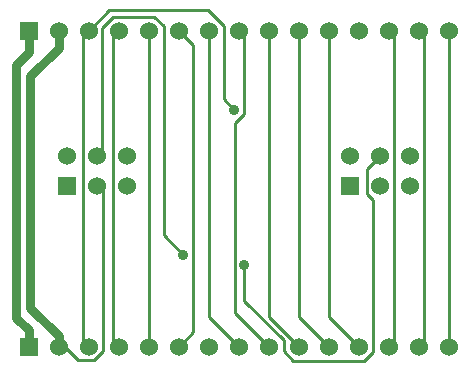
<source format=gbl>
G04 (created by PCBNEW (2013-mar-13)-testing) date Mon 26 Aug 2013 07:22:46 AM PDT*
%MOIN*%
G04 Gerber Fmt 3.4, Leading zero omitted, Abs format*
%FSLAX34Y34*%
G01*
G70*
G90*
G04 APERTURE LIST*
%ADD10C,0.005906*%
%ADD11R,0.060000X0.060000*%
%ADD12C,0.060000*%
%ADD13C,0.035000*%
%ADD14C,0.030000*%
%ADD15C,0.010000*%
G04 APERTURE END LIST*
G54D10*
G54D11*
X20559Y-33425D03*
G54D12*
X21559Y-33425D03*
X22559Y-33425D03*
X23559Y-33425D03*
X24559Y-33425D03*
X25559Y-33425D03*
X26559Y-33425D03*
X27559Y-33425D03*
X28559Y-33425D03*
X29559Y-33425D03*
X30559Y-33425D03*
X31559Y-33425D03*
X32559Y-33425D03*
X33559Y-33425D03*
X34559Y-33425D03*
G54D11*
X20559Y-22893D03*
G54D12*
X21559Y-22893D03*
X22559Y-22893D03*
X23559Y-22893D03*
X24559Y-22893D03*
X25559Y-22893D03*
X26559Y-22893D03*
X27559Y-22893D03*
X28559Y-22893D03*
X29559Y-22893D03*
X30559Y-22893D03*
X31559Y-22893D03*
X32559Y-22893D03*
X33559Y-22893D03*
X34559Y-22893D03*
G54D11*
X21834Y-28059D03*
G54D12*
X21834Y-27059D03*
X22834Y-28059D03*
X22834Y-27059D03*
X23834Y-28059D03*
X23834Y-27059D03*
G54D11*
X31283Y-28059D03*
G54D12*
X31283Y-27059D03*
X32283Y-28059D03*
X32283Y-27059D03*
X33283Y-28059D03*
X33283Y-27059D03*
G54D13*
X25720Y-30384D03*
X27757Y-30714D03*
X27412Y-25538D03*
G54D14*
X20559Y-23615D02*
X20559Y-22893D01*
X20130Y-24045D02*
X20559Y-23615D01*
X20130Y-32460D02*
X20130Y-24045D01*
X20559Y-32889D02*
X20130Y-32460D01*
X20559Y-33425D02*
X20559Y-32889D01*
G54D15*
X26559Y-32425D02*
X27559Y-33425D01*
X26559Y-22893D02*
X26559Y-32425D01*
X27737Y-23072D02*
X27559Y-22893D01*
X27737Y-25673D02*
X27737Y-23072D01*
X27431Y-25979D02*
X27737Y-25673D01*
X27431Y-32298D02*
X27431Y-25979D01*
X28559Y-33425D02*
X27431Y-32298D01*
X28559Y-32425D02*
X28559Y-22893D01*
X29559Y-33425D02*
X28559Y-32425D01*
X29559Y-32425D02*
X30559Y-33425D01*
X29559Y-22893D02*
X29559Y-32425D01*
X30559Y-32425D02*
X30559Y-22893D01*
X31559Y-33425D02*
X30559Y-32425D01*
X34559Y-22893D02*
X34559Y-33425D01*
X26045Y-23379D02*
X25559Y-22893D01*
X26045Y-32939D02*
X26045Y-23379D01*
X25559Y-33425D02*
X26045Y-32939D01*
X24559Y-33425D02*
X24559Y-22893D01*
X25059Y-29723D02*
X25720Y-30384D01*
X25059Y-22741D02*
X25059Y-29723D01*
X24749Y-22431D02*
X25059Y-22741D01*
X23372Y-22431D02*
X24749Y-22431D01*
X23009Y-22794D02*
X23372Y-22431D01*
X23009Y-26884D02*
X23009Y-22794D01*
X22834Y-27059D02*
X23009Y-26884D01*
X27757Y-31906D02*
X27757Y-30714D01*
X29059Y-33208D02*
X27757Y-31906D01*
X29059Y-33587D02*
X29059Y-33208D01*
X29367Y-33896D02*
X29059Y-33587D01*
X31732Y-33896D02*
X29367Y-33896D01*
X32030Y-33598D02*
X31732Y-33896D01*
X32030Y-28530D02*
X32030Y-33598D01*
X31828Y-28328D02*
X32030Y-28530D01*
X31828Y-27514D02*
X31828Y-28328D01*
X32283Y-27059D02*
X31828Y-27514D01*
X22379Y-23073D02*
X22559Y-22893D01*
X22379Y-33245D02*
X22379Y-23073D01*
X22559Y-33425D02*
X22379Y-33245D01*
X23233Y-22219D02*
X22559Y-22893D01*
X26528Y-22219D02*
X23233Y-22219D01*
X27059Y-22749D02*
X26528Y-22219D01*
X27059Y-25185D02*
X27059Y-22749D01*
X27412Y-25538D02*
X27059Y-25185D01*
X32755Y-33228D02*
X32559Y-33425D01*
X32755Y-23090D02*
X32755Y-33228D01*
X32559Y-22893D02*
X32755Y-23090D01*
X23362Y-23090D02*
X23559Y-22893D01*
X23362Y-33228D02*
X23362Y-23090D01*
X23559Y-33425D02*
X23362Y-33228D01*
X33739Y-33244D02*
X33559Y-33425D01*
X33739Y-23074D02*
X33739Y-33244D01*
X33559Y-22893D02*
X33739Y-23074D01*
G54D14*
X21559Y-33425D02*
X21559Y-33252D01*
X21559Y-23460D02*
X21559Y-22893D01*
X20620Y-24400D02*
X21559Y-23460D01*
X20620Y-32140D02*
X20620Y-24400D01*
X21559Y-33079D02*
X20620Y-32140D01*
X21559Y-33252D02*
X21559Y-33079D01*
G54D15*
X23030Y-28255D02*
X22834Y-28059D01*
X23030Y-33590D02*
X23030Y-28255D01*
X22732Y-33889D02*
X23030Y-33590D01*
X22196Y-33889D02*
X22732Y-33889D01*
X21559Y-33252D02*
X22196Y-33889D01*
M02*

</source>
